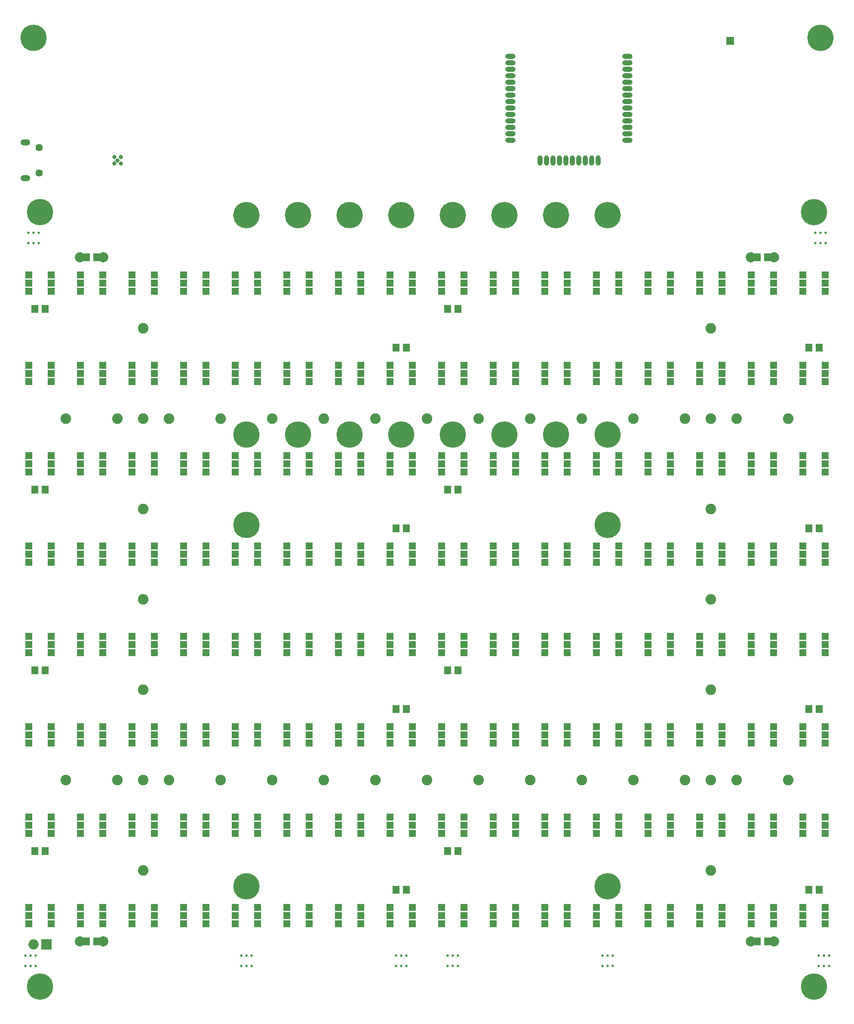
<source format=gts>
G04 #@! TF.GenerationSoftware,KiCad,Pcbnew,no-vcs-found-bf44d39~61~ubuntu16.04.1*
G04 #@! TF.CreationDate,2018-01-05T12:00:21+05:30*
G04 #@! TF.ProjectId,chromogram,6368726F6D6F6772616D2E6B69636164,rev?*
G04 #@! TF.SameCoordinates,Original*
G04 #@! TF.FileFunction,Soldermask,Top*
G04 #@! TF.FilePolarity,Negative*
%FSLAX46Y46*%
G04 Gerber Fmt 4.6, Leading zero omitted, Abs format (unit mm)*
G04 Created by KiCad (PCBNEW no-vcs-found-bf44d39~61~ubuntu16.04.1) date Fri Jan  5 12:00:21 2018*
%MOMM*%
%LPD*%
G01*
G04 APERTURE LIST*
%ADD10C,5.200000*%
%ADD11C,0.750000*%
%ADD12C,0.508000*%
%ADD13R,1.600000X1.600000*%
%ADD14R,2.000000X2.000000*%
%ADD15O,2.000000X2.000000*%
%ADD16C,0.800000*%
%ADD17C,2.000000*%
%ADD18R,1.300480X1.498600*%
%ADD19R,1.400000X1.400000*%
%ADD20C,1.450000*%
%ADD21O,1.900000X1.200000*%
%ADD22C,2.082800*%
%ADD23R,1.350000X1.550000*%
%ADD24O,2.000000X1.000000*%
%ADD25O,1.000000X2.000000*%
G04 APERTURE END LIST*
D10*
X95885000Y-88265000D03*
X106045000Y-88265000D03*
X116205000Y-88265000D03*
X167005000Y-88265000D03*
X156845000Y-88265000D03*
X126365000Y-88265000D03*
X146685000Y-88265000D03*
X136525000Y-88265000D03*
X95885000Y-131445000D03*
X106045000Y-131445000D03*
X116205000Y-131445000D03*
X167005000Y-131445000D03*
X156845000Y-131445000D03*
X126365000Y-131445000D03*
X146685000Y-131445000D03*
X136525000Y-131445000D03*
D11*
X53721000Y-86360000D03*
X56769000Y-86360000D03*
X56769000Y-88900000D03*
X53721000Y-88900000D03*
X55245000Y-89662000D03*
X55245000Y-85598000D03*
X53213000Y-87630000D03*
X57277000Y-87630000D03*
D10*
X55245000Y-87630000D03*
D11*
X53721000Y-238760000D03*
X56769000Y-238760000D03*
X56769000Y-241300000D03*
X53721000Y-241300000D03*
X55245000Y-242062000D03*
X55245000Y-237998000D03*
X53213000Y-240030000D03*
X57277000Y-240030000D03*
D10*
X55245000Y-240030000D03*
D11*
X206121000Y-238760000D03*
X209169000Y-238760000D03*
X209169000Y-241300000D03*
X206121000Y-241300000D03*
X207645000Y-242062000D03*
X207645000Y-237998000D03*
X205613000Y-240030000D03*
X209677000Y-240030000D03*
D10*
X207645000Y-240030000D03*
D11*
X94361000Y-147955000D03*
X97409000Y-147955000D03*
X97409000Y-150495000D03*
X94361000Y-150495000D03*
X95885000Y-151257000D03*
X95885000Y-147193000D03*
X93853000Y-149225000D03*
X97917000Y-149225000D03*
D10*
X95885000Y-149225000D03*
D11*
X165481000Y-147955000D03*
X168529000Y-147955000D03*
X168529000Y-150495000D03*
X165481000Y-150495000D03*
X167005000Y-151257000D03*
X167005000Y-147193000D03*
X164973000Y-149225000D03*
X169037000Y-149225000D03*
D10*
X167005000Y-149225000D03*
D11*
X165481000Y-219075000D03*
X168529000Y-219075000D03*
X168529000Y-221615000D03*
X165481000Y-221615000D03*
X167005000Y-222377000D03*
X167005000Y-218313000D03*
X164973000Y-220345000D03*
X169037000Y-220345000D03*
D10*
X167005000Y-220345000D03*
D11*
X94361000Y-219075000D03*
X97409000Y-219075000D03*
X97409000Y-221615000D03*
X94361000Y-221615000D03*
X95885000Y-222377000D03*
X95885000Y-218313000D03*
X93853000Y-220345000D03*
X97917000Y-220345000D03*
D10*
X95885000Y-220345000D03*
D11*
X206121000Y-86360000D03*
X209169000Y-86360000D03*
X209169000Y-88900000D03*
X206121000Y-88900000D03*
X207645000Y-89662000D03*
X207645000Y-85598000D03*
X205613000Y-87630000D03*
X209677000Y-87630000D03*
D10*
X207645000Y-87630000D03*
D11*
X207391000Y-52070000D03*
X210439000Y-52070000D03*
X210439000Y-54610000D03*
X207391000Y-54610000D03*
X208915000Y-55372000D03*
X208915000Y-51308000D03*
X206883000Y-53340000D03*
X210947000Y-53340000D03*
D10*
X208915000Y-53340000D03*
D11*
X52451000Y-52070000D03*
X55499000Y-52070000D03*
X55499000Y-54610000D03*
X52451000Y-54610000D03*
X53975000Y-55372000D03*
X53975000Y-51308000D03*
X51943000Y-53340000D03*
X56007000Y-53340000D03*
D10*
X53975000Y-53340000D03*
D12*
X53975000Y-91694000D03*
X53975000Y-93726000D03*
X54991000Y-91694000D03*
X52959000Y-91694000D03*
X52959000Y-93726000D03*
X54991000Y-93726000D03*
X208915000Y-91694000D03*
X208915000Y-93726000D03*
X209931000Y-91694000D03*
X207899000Y-91694000D03*
X207899000Y-93726000D03*
X209931000Y-93726000D03*
X53340000Y-233934000D03*
X53340000Y-235966000D03*
X54356000Y-233934000D03*
X52324000Y-233934000D03*
X52324000Y-235966000D03*
X54356000Y-235966000D03*
X95885000Y-233934000D03*
X95885000Y-235966000D03*
X96901000Y-233934000D03*
X94869000Y-233934000D03*
X94869000Y-235966000D03*
X96901000Y-235966000D03*
X126365000Y-233934000D03*
X126365000Y-235966000D03*
X127381000Y-233934000D03*
X125349000Y-233934000D03*
X125349000Y-235966000D03*
X127381000Y-235966000D03*
X136525000Y-233934000D03*
X136525000Y-235966000D03*
X137541000Y-233934000D03*
X135509000Y-233934000D03*
X135509000Y-235966000D03*
X137541000Y-235966000D03*
X167005000Y-233934000D03*
X167005000Y-235966000D03*
X168021000Y-233934000D03*
X165989000Y-233934000D03*
X165989000Y-235966000D03*
X168021000Y-235966000D03*
X209550000Y-233934000D03*
X209550000Y-235966000D03*
X210566000Y-233934000D03*
X208534000Y-233934000D03*
X208534000Y-235966000D03*
X210566000Y-235966000D03*
D13*
X191135000Y-53975000D03*
D14*
X56515000Y-231775000D03*
D15*
X53975000Y-231775000D03*
D16*
X69850000Y-78105000D03*
X71120000Y-78105000D03*
X71120000Y-76835000D03*
X69850000Y-76835000D03*
X70485000Y-77470000D03*
D17*
X63119000Y-96520000D03*
X67691000Y-96520000D03*
D18*
X66357500Y-96520000D03*
X64452500Y-96520000D03*
D19*
X63205000Y-227660000D03*
X67605000Y-227660000D03*
X67605000Y-226060000D03*
X63205000Y-226060000D03*
X63205000Y-224460000D03*
X67605000Y-224460000D03*
D20*
X55055000Y-79970000D03*
X55055000Y-74970000D03*
D21*
X52355000Y-80970000D03*
X52355000Y-73970000D03*
D19*
X195285000Y-120980000D03*
X199685000Y-120980000D03*
X199685000Y-119380000D03*
X195285000Y-119380000D03*
X195285000Y-117780000D03*
X199685000Y-117780000D03*
X57445000Y-100000000D03*
X53045000Y-100000000D03*
X53045000Y-101600000D03*
X57445000Y-101600000D03*
X57445000Y-103200000D03*
X53045000Y-103200000D03*
X77765000Y-100000000D03*
X73365000Y-100000000D03*
X73365000Y-101600000D03*
X77765000Y-101600000D03*
X77765000Y-103200000D03*
X73365000Y-103200000D03*
X87925000Y-100000000D03*
X83525000Y-100000000D03*
X83525000Y-101600000D03*
X87925000Y-101600000D03*
X87925000Y-103200000D03*
X83525000Y-103200000D03*
X98085000Y-100000000D03*
X93685000Y-100000000D03*
X93685000Y-101600000D03*
X98085000Y-101600000D03*
X98085000Y-103200000D03*
X93685000Y-103200000D03*
X108245000Y-100000000D03*
X103845000Y-100000000D03*
X103845000Y-101600000D03*
X108245000Y-101600000D03*
X108245000Y-103200000D03*
X103845000Y-103200000D03*
X118405000Y-100000000D03*
X114005000Y-100000000D03*
X114005000Y-101600000D03*
X118405000Y-101600000D03*
X118405000Y-103200000D03*
X114005000Y-103200000D03*
X128565000Y-100000000D03*
X124165000Y-100000000D03*
X124165000Y-101600000D03*
X128565000Y-101600000D03*
X128565000Y-103200000D03*
X124165000Y-103200000D03*
X138725000Y-100000000D03*
X134325000Y-100000000D03*
X134325000Y-101600000D03*
X138725000Y-101600000D03*
X138725000Y-103200000D03*
X134325000Y-103200000D03*
X148885000Y-100000000D03*
X144485000Y-100000000D03*
X144485000Y-101600000D03*
X148885000Y-101600000D03*
X148885000Y-103200000D03*
X144485000Y-103200000D03*
X159045000Y-100000000D03*
X154645000Y-100000000D03*
X154645000Y-101600000D03*
X159045000Y-101600000D03*
X159045000Y-103200000D03*
X154645000Y-103200000D03*
X169205000Y-100000000D03*
X164805000Y-100000000D03*
X164805000Y-101600000D03*
X169205000Y-101600000D03*
X169205000Y-103200000D03*
X164805000Y-103200000D03*
X179365000Y-100000000D03*
X174965000Y-100000000D03*
X174965000Y-101600000D03*
X179365000Y-101600000D03*
X179365000Y-103200000D03*
X174965000Y-103200000D03*
X189525000Y-100000000D03*
X185125000Y-100000000D03*
X185125000Y-101600000D03*
X189525000Y-101600000D03*
X189525000Y-103200000D03*
X185125000Y-103200000D03*
X199685000Y-100000000D03*
X195285000Y-100000000D03*
X195285000Y-101600000D03*
X199685000Y-101600000D03*
X199685000Y-103200000D03*
X195285000Y-103200000D03*
X209845000Y-100000000D03*
X205445000Y-100000000D03*
X205445000Y-101600000D03*
X209845000Y-101600000D03*
X209845000Y-103200000D03*
X205445000Y-103200000D03*
X205445000Y-120980000D03*
X209845000Y-120980000D03*
X209845000Y-119380000D03*
X205445000Y-119380000D03*
X205445000Y-117780000D03*
X209845000Y-117780000D03*
X185125000Y-120980000D03*
X189525000Y-120980000D03*
X189525000Y-119380000D03*
X185125000Y-119380000D03*
X185125000Y-117780000D03*
X189525000Y-117780000D03*
X174965000Y-120980000D03*
X179365000Y-120980000D03*
X179365000Y-119380000D03*
X174965000Y-119380000D03*
X174965000Y-117780000D03*
X179365000Y-117780000D03*
X164805000Y-120980000D03*
X169205000Y-120980000D03*
X169205000Y-119380000D03*
X164805000Y-119380000D03*
X164805000Y-117780000D03*
X169205000Y-117780000D03*
X154645000Y-120980000D03*
X159045000Y-120980000D03*
X159045000Y-119380000D03*
X154645000Y-119380000D03*
X154645000Y-117780000D03*
X159045000Y-117780000D03*
X144485000Y-120980000D03*
X148885000Y-120980000D03*
X148885000Y-119380000D03*
X144485000Y-119380000D03*
X144485000Y-117780000D03*
X148885000Y-117780000D03*
X134325000Y-120980000D03*
X138725000Y-120980000D03*
X138725000Y-119380000D03*
X134325000Y-119380000D03*
X134325000Y-117780000D03*
X138725000Y-117780000D03*
X124165000Y-120980000D03*
X128565000Y-120980000D03*
X128565000Y-119380000D03*
X124165000Y-119380000D03*
X124165000Y-117780000D03*
X128565000Y-117780000D03*
X114005000Y-120980000D03*
X118405000Y-120980000D03*
X118405000Y-119380000D03*
X114005000Y-119380000D03*
X114005000Y-117780000D03*
X118405000Y-117780000D03*
X103845000Y-120980000D03*
X108245000Y-120980000D03*
X108245000Y-119380000D03*
X103845000Y-119380000D03*
X103845000Y-117780000D03*
X108245000Y-117780000D03*
X93685000Y-120980000D03*
X98085000Y-120980000D03*
X98085000Y-119380000D03*
X93685000Y-119380000D03*
X93685000Y-117780000D03*
X98085000Y-117780000D03*
X83525000Y-120980000D03*
X87925000Y-120980000D03*
X87925000Y-119380000D03*
X83525000Y-119380000D03*
X83525000Y-117780000D03*
X87925000Y-117780000D03*
X73365000Y-120980000D03*
X77765000Y-120980000D03*
X77765000Y-119380000D03*
X73365000Y-119380000D03*
X73365000Y-117780000D03*
X77765000Y-117780000D03*
X63205000Y-120980000D03*
X67605000Y-120980000D03*
X67605000Y-119380000D03*
X63205000Y-119380000D03*
X63205000Y-117780000D03*
X67605000Y-117780000D03*
X53045000Y-120980000D03*
X57445000Y-120980000D03*
X57445000Y-119380000D03*
X53045000Y-119380000D03*
X53045000Y-117780000D03*
X57445000Y-117780000D03*
X57445000Y-135560000D03*
X53045000Y-135560000D03*
X53045000Y-137160000D03*
X57445000Y-137160000D03*
X57445000Y-138760000D03*
X53045000Y-138760000D03*
X67605000Y-135560000D03*
X63205000Y-135560000D03*
X63205000Y-137160000D03*
X67605000Y-137160000D03*
X67605000Y-138760000D03*
X63205000Y-138760000D03*
X77765000Y-135560000D03*
X73365000Y-135560000D03*
X73365000Y-137160000D03*
X77765000Y-137160000D03*
X77765000Y-138760000D03*
X73365000Y-138760000D03*
X87925000Y-135560000D03*
X83525000Y-135560000D03*
X83525000Y-137160000D03*
X87925000Y-137160000D03*
X87925000Y-138760000D03*
X83525000Y-138760000D03*
X98085000Y-135560000D03*
X93685000Y-135560000D03*
X93685000Y-137160000D03*
X98085000Y-137160000D03*
X98085000Y-138760000D03*
X93685000Y-138760000D03*
X108245000Y-135560000D03*
X103845000Y-135560000D03*
X103845000Y-137160000D03*
X108245000Y-137160000D03*
X108245000Y-138760000D03*
X103845000Y-138760000D03*
X118405000Y-135560000D03*
X114005000Y-135560000D03*
X114005000Y-137160000D03*
X118405000Y-137160000D03*
X118405000Y-138760000D03*
X114005000Y-138760000D03*
X128565000Y-135560000D03*
X124165000Y-135560000D03*
X124165000Y-137160000D03*
X128565000Y-137160000D03*
X128565000Y-138760000D03*
X124165000Y-138760000D03*
X138725000Y-135560000D03*
X134325000Y-135560000D03*
X134325000Y-137160000D03*
X138725000Y-137160000D03*
X138725000Y-138760000D03*
X134325000Y-138760000D03*
X148885000Y-135560000D03*
X144485000Y-135560000D03*
X144485000Y-137160000D03*
X148885000Y-137160000D03*
X148885000Y-138760000D03*
X144485000Y-138760000D03*
X159045000Y-135560000D03*
X154645000Y-135560000D03*
X154645000Y-137160000D03*
X159045000Y-137160000D03*
X159045000Y-138760000D03*
X154645000Y-138760000D03*
X169205000Y-135560000D03*
X164805000Y-135560000D03*
X164805000Y-137160000D03*
X169205000Y-137160000D03*
X169205000Y-138760000D03*
X164805000Y-138760000D03*
X179365000Y-135560000D03*
X174965000Y-135560000D03*
X174965000Y-137160000D03*
X179365000Y-137160000D03*
X179365000Y-138760000D03*
X174965000Y-138760000D03*
X189525000Y-135560000D03*
X185125000Y-135560000D03*
X185125000Y-137160000D03*
X189525000Y-137160000D03*
X189525000Y-138760000D03*
X185125000Y-138760000D03*
X199685000Y-135560000D03*
X195285000Y-135560000D03*
X195285000Y-137160000D03*
X199685000Y-137160000D03*
X199685000Y-138760000D03*
X195285000Y-138760000D03*
X209845000Y-135560000D03*
X205445000Y-135560000D03*
X205445000Y-137160000D03*
X209845000Y-137160000D03*
X209845000Y-138760000D03*
X205445000Y-138760000D03*
X205445000Y-156540000D03*
X209845000Y-156540000D03*
X209845000Y-154940000D03*
X205445000Y-154940000D03*
X205445000Y-153340000D03*
X209845000Y-153340000D03*
X195285000Y-156540000D03*
X199685000Y-156540000D03*
X199685000Y-154940000D03*
X195285000Y-154940000D03*
X195285000Y-153340000D03*
X199685000Y-153340000D03*
X185125000Y-156540000D03*
X189525000Y-156540000D03*
X189525000Y-154940000D03*
X185125000Y-154940000D03*
X185125000Y-153340000D03*
X189525000Y-153340000D03*
X174965000Y-156540000D03*
X179365000Y-156540000D03*
X179365000Y-154940000D03*
X174965000Y-154940000D03*
X174965000Y-153340000D03*
X179365000Y-153340000D03*
X164805000Y-156540000D03*
X169205000Y-156540000D03*
X169205000Y-154940000D03*
X164805000Y-154940000D03*
X164805000Y-153340000D03*
X169205000Y-153340000D03*
X154645000Y-156540000D03*
X159045000Y-156540000D03*
X159045000Y-154940000D03*
X154645000Y-154940000D03*
X154645000Y-153340000D03*
X159045000Y-153340000D03*
X144485000Y-156540000D03*
X148885000Y-156540000D03*
X148885000Y-154940000D03*
X144485000Y-154940000D03*
X144485000Y-153340000D03*
X148885000Y-153340000D03*
X134325000Y-156540000D03*
X138725000Y-156540000D03*
X138725000Y-154940000D03*
X134325000Y-154940000D03*
X134325000Y-153340000D03*
X138725000Y-153340000D03*
X124165000Y-156540000D03*
X128565000Y-156540000D03*
X128565000Y-154940000D03*
X124165000Y-154940000D03*
X124165000Y-153340000D03*
X128565000Y-153340000D03*
X114005000Y-156540000D03*
X118405000Y-156540000D03*
X118405000Y-154940000D03*
X114005000Y-154940000D03*
X114005000Y-153340000D03*
X118405000Y-153340000D03*
X103845000Y-156540000D03*
X108245000Y-156540000D03*
X108245000Y-154940000D03*
X103845000Y-154940000D03*
X103845000Y-153340000D03*
X108245000Y-153340000D03*
X93685000Y-156540000D03*
X98085000Y-156540000D03*
X98085000Y-154940000D03*
X93685000Y-154940000D03*
X93685000Y-153340000D03*
X98085000Y-153340000D03*
X83525000Y-156540000D03*
X87925000Y-156540000D03*
X87925000Y-154940000D03*
X83525000Y-154940000D03*
X83525000Y-153340000D03*
X87925000Y-153340000D03*
X73365000Y-156540000D03*
X77765000Y-156540000D03*
X77765000Y-154940000D03*
X73365000Y-154940000D03*
X73365000Y-153340000D03*
X77765000Y-153340000D03*
X63205000Y-156540000D03*
X67605000Y-156540000D03*
X67605000Y-154940000D03*
X63205000Y-154940000D03*
X63205000Y-153340000D03*
X67605000Y-153340000D03*
X53045000Y-156540000D03*
X57445000Y-156540000D03*
X57445000Y-154940000D03*
X53045000Y-154940000D03*
X53045000Y-153340000D03*
X57445000Y-153340000D03*
X57445000Y-171120000D03*
X53045000Y-171120000D03*
X53045000Y-172720000D03*
X57445000Y-172720000D03*
X57445000Y-174320000D03*
X53045000Y-174320000D03*
X67605000Y-171120000D03*
X63205000Y-171120000D03*
X63205000Y-172720000D03*
X67605000Y-172720000D03*
X67605000Y-174320000D03*
X63205000Y-174320000D03*
X77765000Y-171120000D03*
X73365000Y-171120000D03*
X73365000Y-172720000D03*
X77765000Y-172720000D03*
X77765000Y-174320000D03*
X73365000Y-174320000D03*
X87925000Y-171120000D03*
X83525000Y-171120000D03*
X83525000Y-172720000D03*
X87925000Y-172720000D03*
X87925000Y-174320000D03*
X83525000Y-174320000D03*
X98085000Y-171120000D03*
X93685000Y-171120000D03*
X93685000Y-172720000D03*
X98085000Y-172720000D03*
X98085000Y-174320000D03*
X93685000Y-174320000D03*
X108245000Y-171120000D03*
X103845000Y-171120000D03*
X103845000Y-172720000D03*
X108245000Y-172720000D03*
X108245000Y-174320000D03*
X103845000Y-174320000D03*
X118405000Y-171120000D03*
X114005000Y-171120000D03*
X114005000Y-172720000D03*
X118405000Y-172720000D03*
X118405000Y-174320000D03*
X114005000Y-174320000D03*
X128565000Y-171120000D03*
X124165000Y-171120000D03*
X124165000Y-172720000D03*
X128565000Y-172720000D03*
X128565000Y-174320000D03*
X124165000Y-174320000D03*
X138725000Y-171120000D03*
X134325000Y-171120000D03*
X134325000Y-172720000D03*
X138725000Y-172720000D03*
X138725000Y-174320000D03*
X134325000Y-174320000D03*
X148885000Y-171120000D03*
X144485000Y-171120000D03*
X144485000Y-172720000D03*
X148885000Y-172720000D03*
X148885000Y-174320000D03*
X144485000Y-174320000D03*
X159045000Y-171120000D03*
X154645000Y-171120000D03*
X154645000Y-172720000D03*
X159045000Y-172720000D03*
X159045000Y-174320000D03*
X154645000Y-174320000D03*
X169205000Y-171120000D03*
X164805000Y-171120000D03*
X164805000Y-172720000D03*
X169205000Y-172720000D03*
X169205000Y-174320000D03*
X164805000Y-174320000D03*
X179365000Y-171120000D03*
X174965000Y-171120000D03*
X174965000Y-172720000D03*
X179365000Y-172720000D03*
X179365000Y-174320000D03*
X174965000Y-174320000D03*
X189525000Y-171120000D03*
X185125000Y-171120000D03*
X185125000Y-172720000D03*
X189525000Y-172720000D03*
X189525000Y-174320000D03*
X185125000Y-174320000D03*
X199685000Y-171120000D03*
X195285000Y-171120000D03*
X195285000Y-172720000D03*
X199685000Y-172720000D03*
X199685000Y-174320000D03*
X195285000Y-174320000D03*
X209845000Y-171120000D03*
X205445000Y-171120000D03*
X205445000Y-172720000D03*
X209845000Y-172720000D03*
X209845000Y-174320000D03*
X205445000Y-174320000D03*
X205445000Y-192100000D03*
X209845000Y-192100000D03*
X209845000Y-190500000D03*
X205445000Y-190500000D03*
X205445000Y-188900000D03*
X209845000Y-188900000D03*
X195285000Y-192100000D03*
X199685000Y-192100000D03*
X199685000Y-190500000D03*
X195285000Y-190500000D03*
X195285000Y-188900000D03*
X199685000Y-188900000D03*
X185125000Y-192100000D03*
X189525000Y-192100000D03*
X189525000Y-190500000D03*
X185125000Y-190500000D03*
X185125000Y-188900000D03*
X189525000Y-188900000D03*
X174965000Y-192100000D03*
X179365000Y-192100000D03*
X179365000Y-190500000D03*
X174965000Y-190500000D03*
X174965000Y-188900000D03*
X179365000Y-188900000D03*
X164805000Y-192100000D03*
X169205000Y-192100000D03*
X169205000Y-190500000D03*
X164805000Y-190500000D03*
X164805000Y-188900000D03*
X169205000Y-188900000D03*
X154645000Y-192100000D03*
X159045000Y-192100000D03*
X159045000Y-190500000D03*
X154645000Y-190500000D03*
X154645000Y-188900000D03*
X159045000Y-188900000D03*
X144485000Y-192100000D03*
X148885000Y-192100000D03*
X148885000Y-190500000D03*
X144485000Y-190500000D03*
X144485000Y-188900000D03*
X148885000Y-188900000D03*
X134325000Y-192100000D03*
X138725000Y-192100000D03*
X138725000Y-190500000D03*
X134325000Y-190500000D03*
X134325000Y-188900000D03*
X138725000Y-188900000D03*
X124165000Y-192100000D03*
X128565000Y-192100000D03*
X128565000Y-190500000D03*
X124165000Y-190500000D03*
X124165000Y-188900000D03*
X128565000Y-188900000D03*
X114005000Y-192100000D03*
X118405000Y-192100000D03*
X118405000Y-190500000D03*
X114005000Y-190500000D03*
X114005000Y-188900000D03*
X118405000Y-188900000D03*
X103845000Y-192100000D03*
X108245000Y-192100000D03*
X108245000Y-190500000D03*
X103845000Y-190500000D03*
X103845000Y-188900000D03*
X108245000Y-188900000D03*
X93685000Y-192100000D03*
X98085000Y-192100000D03*
X98085000Y-190500000D03*
X93685000Y-190500000D03*
X93685000Y-188900000D03*
X98085000Y-188900000D03*
X83525000Y-192100000D03*
X87925000Y-192100000D03*
X87925000Y-190500000D03*
X83525000Y-190500000D03*
X83525000Y-188900000D03*
X87925000Y-188900000D03*
X73365000Y-192100000D03*
X77765000Y-192100000D03*
X77765000Y-190500000D03*
X73365000Y-190500000D03*
X73365000Y-188900000D03*
X77765000Y-188900000D03*
X63205000Y-192100000D03*
X67605000Y-192100000D03*
X67605000Y-190500000D03*
X63205000Y-190500000D03*
X63205000Y-188900000D03*
X67605000Y-188900000D03*
X53045000Y-192100000D03*
X57445000Y-192100000D03*
X57445000Y-190500000D03*
X53045000Y-190500000D03*
X53045000Y-188900000D03*
X57445000Y-188900000D03*
X57445000Y-206680000D03*
X53045000Y-206680000D03*
X53045000Y-208280000D03*
X57445000Y-208280000D03*
X57445000Y-209880000D03*
X53045000Y-209880000D03*
X67605000Y-206680000D03*
X63205000Y-206680000D03*
X63205000Y-208280000D03*
X67605000Y-208280000D03*
X67605000Y-209880000D03*
X63205000Y-209880000D03*
X77765000Y-206680000D03*
X73365000Y-206680000D03*
X73365000Y-208280000D03*
X77765000Y-208280000D03*
X77765000Y-209880000D03*
X73365000Y-209880000D03*
X87925000Y-206680000D03*
X83525000Y-206680000D03*
X83525000Y-208280000D03*
X87925000Y-208280000D03*
X87925000Y-209880000D03*
X83525000Y-209880000D03*
X98085000Y-206680000D03*
X93685000Y-206680000D03*
X93685000Y-208280000D03*
X98085000Y-208280000D03*
X98085000Y-209880000D03*
X93685000Y-209880000D03*
X108245000Y-206680000D03*
X103845000Y-206680000D03*
X103845000Y-208280000D03*
X108245000Y-208280000D03*
X108245000Y-209880000D03*
X103845000Y-209880000D03*
X118405000Y-206680000D03*
X114005000Y-206680000D03*
X114005000Y-208280000D03*
X118405000Y-208280000D03*
X118405000Y-209880000D03*
X114005000Y-209880000D03*
X128565000Y-206680000D03*
X124165000Y-206680000D03*
X124165000Y-208280000D03*
X128565000Y-208280000D03*
X128565000Y-209880000D03*
X124165000Y-209880000D03*
X138725000Y-206680000D03*
X134325000Y-206680000D03*
X134325000Y-208280000D03*
X138725000Y-208280000D03*
X138725000Y-209880000D03*
X134325000Y-209880000D03*
X148885000Y-206680000D03*
X144485000Y-206680000D03*
X144485000Y-208280000D03*
X148885000Y-208280000D03*
X148885000Y-209880000D03*
X144485000Y-209880000D03*
X159045000Y-206680000D03*
X154645000Y-206680000D03*
X154645000Y-208280000D03*
X159045000Y-208280000D03*
X159045000Y-209880000D03*
X154645000Y-209880000D03*
X169205000Y-206680000D03*
X164805000Y-206680000D03*
X164805000Y-208280000D03*
X169205000Y-208280000D03*
X169205000Y-209880000D03*
X164805000Y-209880000D03*
X179365000Y-206680000D03*
X174965000Y-206680000D03*
X174965000Y-208280000D03*
X179365000Y-208280000D03*
X179365000Y-209880000D03*
X174965000Y-209880000D03*
X189525000Y-206680000D03*
X185125000Y-206680000D03*
X185125000Y-208280000D03*
X189525000Y-208280000D03*
X189525000Y-209880000D03*
X185125000Y-209880000D03*
X199685000Y-206680000D03*
X195285000Y-206680000D03*
X195285000Y-208280000D03*
X199685000Y-208280000D03*
X199685000Y-209880000D03*
X195285000Y-209880000D03*
X209845000Y-206680000D03*
X205445000Y-206680000D03*
X205445000Y-208280000D03*
X209845000Y-208280000D03*
X209845000Y-209880000D03*
X205445000Y-209880000D03*
X205445000Y-227660000D03*
X209845000Y-227660000D03*
X209845000Y-226060000D03*
X205445000Y-226060000D03*
X205445000Y-224460000D03*
X209845000Y-224460000D03*
X195285000Y-227660000D03*
X199685000Y-227660000D03*
X199685000Y-226060000D03*
X195285000Y-226060000D03*
X195285000Y-224460000D03*
X199685000Y-224460000D03*
X185125000Y-227660000D03*
X189525000Y-227660000D03*
X189525000Y-226060000D03*
X185125000Y-226060000D03*
X185125000Y-224460000D03*
X189525000Y-224460000D03*
X174965000Y-227660000D03*
X179365000Y-227660000D03*
X179365000Y-226060000D03*
X174965000Y-226060000D03*
X174965000Y-224460000D03*
X179365000Y-224460000D03*
X164805000Y-227660000D03*
X169205000Y-227660000D03*
X169205000Y-226060000D03*
X164805000Y-226060000D03*
X164805000Y-224460000D03*
X169205000Y-224460000D03*
X154645000Y-227660000D03*
X159045000Y-227660000D03*
X159045000Y-226060000D03*
X154645000Y-226060000D03*
X154645000Y-224460000D03*
X159045000Y-224460000D03*
X144485000Y-227660000D03*
X148885000Y-227660000D03*
X148885000Y-226060000D03*
X144485000Y-226060000D03*
X144485000Y-224460000D03*
X148885000Y-224460000D03*
X134325000Y-227660000D03*
X138725000Y-227660000D03*
X138725000Y-226060000D03*
X134325000Y-226060000D03*
X134325000Y-224460000D03*
X138725000Y-224460000D03*
X124165000Y-227660000D03*
X128565000Y-227660000D03*
X128565000Y-226060000D03*
X124165000Y-226060000D03*
X124165000Y-224460000D03*
X128565000Y-224460000D03*
X114005000Y-227660000D03*
X118405000Y-227660000D03*
X118405000Y-226060000D03*
X114005000Y-226060000D03*
X114005000Y-224460000D03*
X118405000Y-224460000D03*
X103845000Y-227660000D03*
X108245000Y-227660000D03*
X108245000Y-226060000D03*
X103845000Y-226060000D03*
X103845000Y-224460000D03*
X108245000Y-224460000D03*
X93685000Y-227660000D03*
X98085000Y-227660000D03*
X98085000Y-226060000D03*
X93685000Y-226060000D03*
X93685000Y-224460000D03*
X98085000Y-224460000D03*
X83525000Y-227660000D03*
X87925000Y-227660000D03*
X87925000Y-226060000D03*
X83525000Y-226060000D03*
X83525000Y-224460000D03*
X87925000Y-224460000D03*
X73365000Y-227660000D03*
X77765000Y-227660000D03*
X77765000Y-226060000D03*
X73365000Y-226060000D03*
X73365000Y-224460000D03*
X77765000Y-224460000D03*
X53045000Y-227660000D03*
X57445000Y-227660000D03*
X57445000Y-226060000D03*
X53045000Y-226060000D03*
X53045000Y-224460000D03*
X57445000Y-224460000D03*
X67605000Y-100000000D03*
X63205000Y-100000000D03*
X63205000Y-101600000D03*
X67605000Y-101600000D03*
X67605000Y-103200000D03*
X63205000Y-103200000D03*
D17*
X63119000Y-231140000D03*
X67691000Y-231140000D03*
D18*
X66357500Y-231140000D03*
X64452500Y-231140000D03*
D17*
X199771000Y-231140000D03*
X195199000Y-231140000D03*
D18*
X196532500Y-231140000D03*
X198437500Y-231140000D03*
D17*
X199771000Y-96520000D03*
X195199000Y-96520000D03*
D18*
X196532500Y-96520000D03*
X198437500Y-96520000D03*
D22*
X187325000Y-217170000D03*
X187325000Y-199390000D03*
X187325000Y-181610000D03*
X187325000Y-163830000D03*
X187325000Y-146050000D03*
X187325000Y-128270000D03*
X187325000Y-110490000D03*
X75565000Y-217170000D03*
X75565000Y-199390000D03*
X75565000Y-181610000D03*
X75565000Y-163830000D03*
X75565000Y-146050000D03*
X75565000Y-128270000D03*
X75565000Y-110490000D03*
X202565000Y-199390000D03*
X192405000Y-199390000D03*
X182245000Y-199390000D03*
X172085000Y-199390000D03*
X161925000Y-199390000D03*
X151765000Y-199390000D03*
X141605000Y-199390000D03*
X131445000Y-199390000D03*
X121285000Y-199390000D03*
X111125000Y-199390000D03*
X100965000Y-199390000D03*
X90805000Y-199390000D03*
X80645000Y-199390000D03*
X70485000Y-199390000D03*
X60325000Y-199390000D03*
X202565000Y-128270000D03*
X192405000Y-128270000D03*
X182245000Y-128270000D03*
X172085000Y-128270000D03*
X161925000Y-128270000D03*
X151765000Y-128270000D03*
X141605000Y-128270000D03*
X131445000Y-128270000D03*
X121285000Y-128270000D03*
X111125000Y-128270000D03*
X100965000Y-128270000D03*
X90805000Y-128270000D03*
X80645000Y-128270000D03*
X70485000Y-128270000D03*
X60325000Y-128270000D03*
D23*
X56245000Y-106680000D03*
X54245000Y-106680000D03*
X137525000Y-106680000D03*
X135525000Y-106680000D03*
X206645000Y-114300000D03*
X208645000Y-114300000D03*
X125365000Y-114300000D03*
X127365000Y-114300000D03*
X56245000Y-142240000D03*
X54245000Y-142240000D03*
X137525000Y-142240000D03*
X135525000Y-142240000D03*
X206645000Y-149860000D03*
X208645000Y-149860000D03*
X125365000Y-149860000D03*
X127365000Y-149860000D03*
X56245000Y-177800000D03*
X54245000Y-177800000D03*
X137525000Y-177800000D03*
X135525000Y-177800000D03*
X206645000Y-185420000D03*
X208645000Y-185420000D03*
X125365000Y-185420000D03*
X127365000Y-185420000D03*
X56245000Y-213360000D03*
X54245000Y-213360000D03*
X137525000Y-213360000D03*
X135525000Y-213360000D03*
X206645000Y-220980000D03*
X208645000Y-220980000D03*
X125365000Y-220980000D03*
X127365000Y-220980000D03*
D24*
X170885000Y-56980000D03*
X170885000Y-58250000D03*
X170885000Y-59520000D03*
X170885000Y-60790000D03*
X170885000Y-62060000D03*
X170885000Y-63330000D03*
X170885000Y-64600000D03*
X170885000Y-65870000D03*
X170885000Y-67140000D03*
X170885000Y-68410000D03*
X170885000Y-69680000D03*
X170885000Y-70950000D03*
X170885000Y-72220000D03*
X170885000Y-73490000D03*
X147885000Y-58250000D03*
X147885000Y-67140000D03*
X147885000Y-68410000D03*
X147885000Y-60790000D03*
X147885000Y-56980000D03*
X147885000Y-69680000D03*
X147885000Y-63330000D03*
X147885000Y-73490000D03*
X147885000Y-72220000D03*
X147885000Y-65870000D03*
X147885000Y-64600000D03*
X147885000Y-62060000D03*
X147885000Y-70950000D03*
X147885000Y-59520000D03*
D25*
X165100000Y-77480000D03*
X163830000Y-77480000D03*
X162560000Y-77480000D03*
X161290000Y-77480000D03*
X160020000Y-77480000D03*
X157480000Y-77480000D03*
X156210000Y-77480000D03*
X154940000Y-77480000D03*
X153670000Y-77480000D03*
X158750000Y-77480000D03*
M02*

</source>
